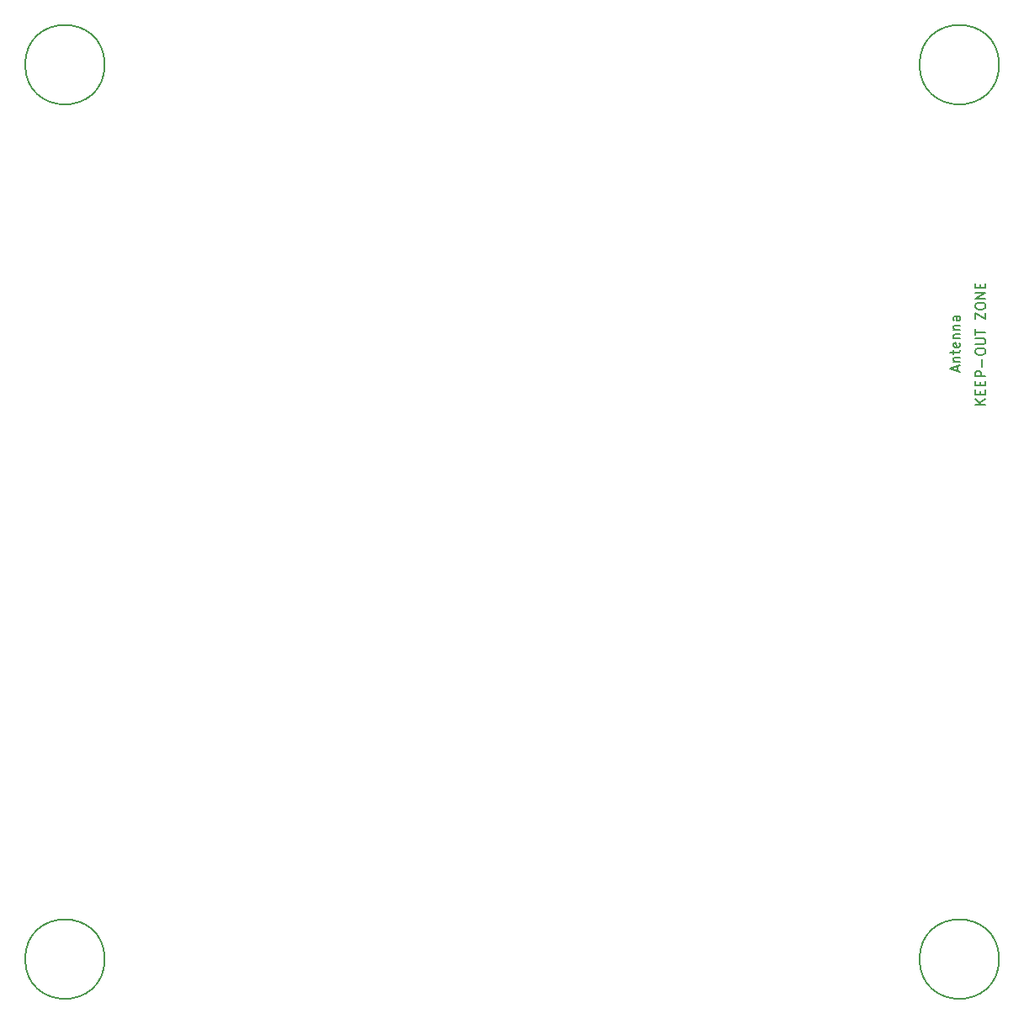
<source format=gbr>
%TF.GenerationSoftware,KiCad,Pcbnew,7.0.10*%
%TF.CreationDate,2025-03-17T10:36:42-03:00*%
%TF.ProjectId,MicroCerveceria,4d696372-6f43-4657-9276-656365726961,rev?*%
%TF.SameCoordinates,Original*%
%TF.FileFunction,Other,Comment*%
%FSLAX46Y46*%
G04 Gerber Fmt 4.6, Leading zero omitted, Abs format (unit mm)*
G04 Created by KiCad (PCBNEW 7.0.10) date 2025-03-17 10:36:42*
%MOMM*%
%LPD*%
G01*
G04 APERTURE LIST*
%ADD10C,0.150000*%
G04 APERTURE END LIST*
D10*
X117629819Y-59187428D02*
X116629819Y-59187428D01*
X117629819Y-58616000D02*
X117058390Y-59044571D01*
X116629819Y-58616000D02*
X117201247Y-59187428D01*
X117106009Y-58187428D02*
X117106009Y-57854095D01*
X117629819Y-57711238D02*
X117629819Y-58187428D01*
X117629819Y-58187428D02*
X116629819Y-58187428D01*
X116629819Y-58187428D02*
X116629819Y-57711238D01*
X117106009Y-57282666D02*
X117106009Y-56949333D01*
X117629819Y-56806476D02*
X117629819Y-57282666D01*
X117629819Y-57282666D02*
X116629819Y-57282666D01*
X116629819Y-57282666D02*
X116629819Y-56806476D01*
X117629819Y-56377904D02*
X116629819Y-56377904D01*
X116629819Y-56377904D02*
X116629819Y-55996952D01*
X116629819Y-55996952D02*
X116677438Y-55901714D01*
X116677438Y-55901714D02*
X116725057Y-55854095D01*
X116725057Y-55854095D02*
X116820295Y-55806476D01*
X116820295Y-55806476D02*
X116963152Y-55806476D01*
X116963152Y-55806476D02*
X117058390Y-55854095D01*
X117058390Y-55854095D02*
X117106009Y-55901714D01*
X117106009Y-55901714D02*
X117153628Y-55996952D01*
X117153628Y-55996952D02*
X117153628Y-56377904D01*
X117248866Y-55377904D02*
X117248866Y-54616000D01*
X116629819Y-53949333D02*
X116629819Y-53758857D01*
X116629819Y-53758857D02*
X116677438Y-53663619D01*
X116677438Y-53663619D02*
X116772676Y-53568381D01*
X116772676Y-53568381D02*
X116963152Y-53520762D01*
X116963152Y-53520762D02*
X117296485Y-53520762D01*
X117296485Y-53520762D02*
X117486961Y-53568381D01*
X117486961Y-53568381D02*
X117582200Y-53663619D01*
X117582200Y-53663619D02*
X117629819Y-53758857D01*
X117629819Y-53758857D02*
X117629819Y-53949333D01*
X117629819Y-53949333D02*
X117582200Y-54044571D01*
X117582200Y-54044571D02*
X117486961Y-54139809D01*
X117486961Y-54139809D02*
X117296485Y-54187428D01*
X117296485Y-54187428D02*
X116963152Y-54187428D01*
X116963152Y-54187428D02*
X116772676Y-54139809D01*
X116772676Y-54139809D02*
X116677438Y-54044571D01*
X116677438Y-54044571D02*
X116629819Y-53949333D01*
X116629819Y-53092190D02*
X117439342Y-53092190D01*
X117439342Y-53092190D02*
X117534580Y-53044571D01*
X117534580Y-53044571D02*
X117582200Y-52996952D01*
X117582200Y-52996952D02*
X117629819Y-52901714D01*
X117629819Y-52901714D02*
X117629819Y-52711238D01*
X117629819Y-52711238D02*
X117582200Y-52616000D01*
X117582200Y-52616000D02*
X117534580Y-52568381D01*
X117534580Y-52568381D02*
X117439342Y-52520762D01*
X117439342Y-52520762D02*
X116629819Y-52520762D01*
X116629819Y-52187428D02*
X116629819Y-51616000D01*
X117629819Y-51901714D02*
X116629819Y-51901714D01*
X116629819Y-50615999D02*
X116629819Y-49949333D01*
X116629819Y-49949333D02*
X117629819Y-50615999D01*
X117629819Y-50615999D02*
X117629819Y-49949333D01*
X116629819Y-49377904D02*
X116629819Y-49187428D01*
X116629819Y-49187428D02*
X116677438Y-49092190D01*
X116677438Y-49092190D02*
X116772676Y-48996952D01*
X116772676Y-48996952D02*
X116963152Y-48949333D01*
X116963152Y-48949333D02*
X117296485Y-48949333D01*
X117296485Y-48949333D02*
X117486961Y-48996952D01*
X117486961Y-48996952D02*
X117582200Y-49092190D01*
X117582200Y-49092190D02*
X117629819Y-49187428D01*
X117629819Y-49187428D02*
X117629819Y-49377904D01*
X117629819Y-49377904D02*
X117582200Y-49473142D01*
X117582200Y-49473142D02*
X117486961Y-49568380D01*
X117486961Y-49568380D02*
X117296485Y-49615999D01*
X117296485Y-49615999D02*
X116963152Y-49615999D01*
X116963152Y-49615999D02*
X116772676Y-49568380D01*
X116772676Y-49568380D02*
X116677438Y-49473142D01*
X116677438Y-49473142D02*
X116629819Y-49377904D01*
X117629819Y-48520761D02*
X116629819Y-48520761D01*
X116629819Y-48520761D02*
X117629819Y-47949333D01*
X117629819Y-47949333D02*
X116629819Y-47949333D01*
X117106009Y-47473142D02*
X117106009Y-47139809D01*
X117629819Y-46996952D02*
X117629819Y-47473142D01*
X117629819Y-47473142D02*
X116629819Y-47473142D01*
X116629819Y-47473142D02*
X116629819Y-46996952D01*
X114794104Y-55787904D02*
X114794104Y-55311714D01*
X115079819Y-55883142D02*
X114079819Y-55549809D01*
X114079819Y-55549809D02*
X115079819Y-55216476D01*
X114413152Y-54883142D02*
X115079819Y-54883142D01*
X114508390Y-54883142D02*
X114460771Y-54835523D01*
X114460771Y-54835523D02*
X114413152Y-54740285D01*
X114413152Y-54740285D02*
X114413152Y-54597428D01*
X114413152Y-54597428D02*
X114460771Y-54502190D01*
X114460771Y-54502190D02*
X114556009Y-54454571D01*
X114556009Y-54454571D02*
X115079819Y-54454571D01*
X114413152Y-54121237D02*
X114413152Y-53740285D01*
X114079819Y-53978380D02*
X114936961Y-53978380D01*
X114936961Y-53978380D02*
X115032200Y-53930761D01*
X115032200Y-53930761D02*
X115079819Y-53835523D01*
X115079819Y-53835523D02*
X115079819Y-53740285D01*
X115032200Y-53025999D02*
X115079819Y-53121237D01*
X115079819Y-53121237D02*
X115079819Y-53311713D01*
X115079819Y-53311713D02*
X115032200Y-53406951D01*
X115032200Y-53406951D02*
X114936961Y-53454570D01*
X114936961Y-53454570D02*
X114556009Y-53454570D01*
X114556009Y-53454570D02*
X114460771Y-53406951D01*
X114460771Y-53406951D02*
X114413152Y-53311713D01*
X114413152Y-53311713D02*
X114413152Y-53121237D01*
X114413152Y-53121237D02*
X114460771Y-53025999D01*
X114460771Y-53025999D02*
X114556009Y-52978380D01*
X114556009Y-52978380D02*
X114651247Y-52978380D01*
X114651247Y-52978380D02*
X114746485Y-53454570D01*
X114413152Y-52549808D02*
X115079819Y-52549808D01*
X114508390Y-52549808D02*
X114460771Y-52502189D01*
X114460771Y-52502189D02*
X114413152Y-52406951D01*
X114413152Y-52406951D02*
X114413152Y-52264094D01*
X114413152Y-52264094D02*
X114460771Y-52168856D01*
X114460771Y-52168856D02*
X114556009Y-52121237D01*
X114556009Y-52121237D02*
X115079819Y-52121237D01*
X114413152Y-51645046D02*
X115079819Y-51645046D01*
X114508390Y-51645046D02*
X114460771Y-51597427D01*
X114460771Y-51597427D02*
X114413152Y-51502189D01*
X114413152Y-51502189D02*
X114413152Y-51359332D01*
X114413152Y-51359332D02*
X114460771Y-51264094D01*
X114460771Y-51264094D02*
X114556009Y-51216475D01*
X114556009Y-51216475D02*
X115079819Y-51216475D01*
X115079819Y-50311713D02*
X114556009Y-50311713D01*
X114556009Y-50311713D02*
X114460771Y-50359332D01*
X114460771Y-50359332D02*
X114413152Y-50454570D01*
X114413152Y-50454570D02*
X114413152Y-50645046D01*
X114413152Y-50645046D02*
X114460771Y-50740284D01*
X115032200Y-50311713D02*
X115079819Y-50406951D01*
X115079819Y-50406951D02*
X115079819Y-50645046D01*
X115079819Y-50645046D02*
X115032200Y-50740284D01*
X115032200Y-50740284D02*
X114936961Y-50787903D01*
X114936961Y-50787903D02*
X114841723Y-50787903D01*
X114841723Y-50787903D02*
X114746485Y-50740284D01*
X114746485Y-50740284D02*
X114698866Y-50645046D01*
X114698866Y-50645046D02*
X114698866Y-50406951D01*
X114698866Y-50406951D02*
X114651247Y-50311713D01*
%TO.C,H3*%
X119000000Y-115000000D02*
G75*
G03*
X111000000Y-115000000I-4000000J0D01*
G01*
X111000000Y-115000000D02*
G75*
G03*
X119000000Y-115000000I4000000J0D01*
G01*
%TO.C,H2*%
X119000000Y-25000000D02*
G75*
G03*
X111000000Y-25000000I-4000000J0D01*
G01*
X111000000Y-25000000D02*
G75*
G03*
X119000000Y-25000000I4000000J0D01*
G01*
%TO.C,H1*%
X29000000Y-25000000D02*
G75*
G03*
X21000000Y-25000000I-4000000J0D01*
G01*
X21000000Y-25000000D02*
G75*
G03*
X29000000Y-25000000I4000000J0D01*
G01*
%TO.C,H4*%
X29000000Y-115000000D02*
G75*
G03*
X21000000Y-115000000I-4000000J0D01*
G01*
X21000000Y-115000000D02*
G75*
G03*
X29000000Y-115000000I4000000J0D01*
G01*
%TD*%
M02*

</source>
